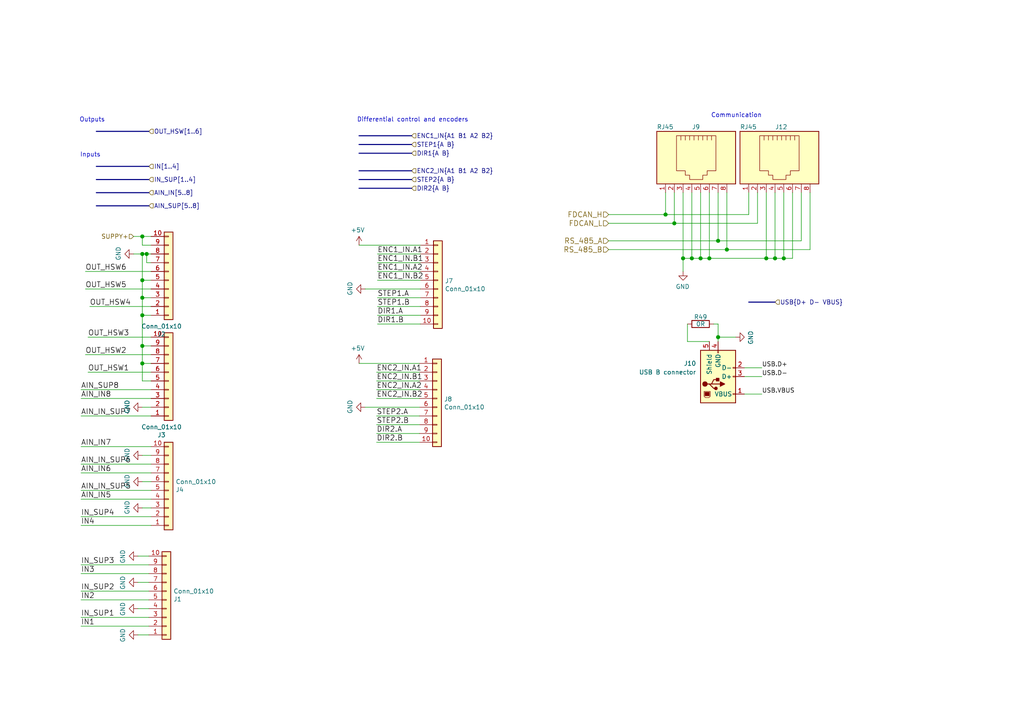
<source format=kicad_sch>
(kicad_sch (version 20201015) (generator eeschema)
  (page 1 12)
  (paper "A4")
  (lib_symbols
    (symbol "Connector:RJ45" (pin_names (offset 1.016))
      (property "Reference" "J" (at -5.08 13.97 0))
      (property "Value" "RJ45" (at 2.54 13.97 0))
      (symbol "RJ45_0_1"
        (rectangle (start 7.62 12.7) (end -7.62 -10.16) (stroke (width 0.254)) (fill (type background)))
        (polyline (pts (xy -5.08 4.445) (xy -6.35 4.445)))
        (polyline (pts (xy -5.08 5.715) (xy -6.35 5.715)))
        (polyline (pts (xy -6.35 -3.175) (xy -5.08 -3.175) (xy -5.08 -3.175)))
        (polyline (pts (xy -6.35 -1.905) (xy -5.08 -1.905) (xy -5.08 -1.905)))
        (polyline (pts (xy -6.35 -0.635) (xy -5.08 -0.635) (xy -5.08 -0.635)))
        (polyline (pts (xy -6.35 0.635) (xy -5.08 0.635) (xy -5.08 0.635)))
        (polyline (pts (xy -6.35 1.905) (xy -5.08 1.905) (xy -5.08 1.905)))
        (polyline (pts (xy -5.08 3.175) (xy -6.35 3.175) (xy -6.35 3.175)))
        (polyline (pts (xy -6.35 -4.445) (xy -6.35 6.985) (xy 3.81 6.985) (xy 3.81 4.445) (xy 5.08 4.445) (xy 5.08 3.175) (xy 6.35 3.175) (xy 6.35 -0.635) (xy 5.08 -0.635) (xy 5.08 -1.905) (xy 3.81 -1.905) (xy 3.81 -4.445) (xy -6.35 -4.445) (xy -6.35 -4.445)))
      )
      (symbol "RJ45_1_1"
        (pin passive line (at 10.16 -7.62 180) (length 2.54) (name "~") (number "1"))
        (pin passive line (at 10.16 -5.08 180) (length 2.54) (name "~") (number "2"))
        (pin passive line (at 10.16 -2.54 180) (length 2.54) (name "~") (number "3"))
        (pin passive line (at 10.16 0 180) (length 2.54) (name "~") (number "4"))
        (pin passive line (at 10.16 2.54 180) (length 2.54) (name "~") (number "5"))
        (pin passive line (at 10.16 5.08 180) (length 2.54) (name "~") (number "6"))
        (pin passive line (at 10.16 7.62 180) (length 2.54) (name "~") (number "7"))
        (pin passive line (at 10.16 10.16 180) (length 2.54) (name "~") (number "8"))
      )
    )
    (symbol "Uni_Printer-rescue:+5V-power" (power) (pin_names (offset 0))
      (property "Value" "+5V-power" (at 0 3.556 0))
      (symbol "+5V-power_0_1"
        (polyline (pts (xy -0.762 1.27) (xy 0 2.54)))
        (polyline (pts (xy 0 0) (xy 0 2.54)))
        (polyline (pts (xy 0 2.54) (xy 0.762 1.27)))
      )
      (symbol "+5V-power_1_1"
        (pin power_in line (at 0 0 90) (length 0) hide (name "+5V") (number "1"))
      )
    )
    (symbol "Uni_Printer-rescue:Conn_01x10-Connector_Generic" (pin_names (offset 1.016) hide)
      (property "Reference" "J" (at 0 12.7 0))
      (property "Value" "Conn_01x10-Connector_Generic" (at 0 -15.24 0))
      (symbol "Conn_01x10-Connector_Generic_1_1"
        (rectangle (start -1.27 -12.573) (end 0 -12.827) (stroke (width 0.1524)))
        (rectangle (start -1.27 -10.033) (end 0 -10.287) (stroke (width 0.1524)))
        (rectangle (start -1.27 -7.493) (end 0 -7.747) (stroke (width 0.1524)))
        (rectangle (start -1.27 -4.953) (end 0 -5.207) (stroke (width 0.1524)))
        (rectangle (start -1.27 -2.413) (end 0 -2.667) (stroke (width 0.1524)))
        (rectangle (start -1.27 0.127) (end 0 -0.127) (stroke (width 0.1524)))
        (rectangle (start -1.27 2.667) (end 0 2.413) (stroke (width 0.1524)))
        (rectangle (start -1.27 5.207) (end 0 4.953) (stroke (width 0.1524)))
        (rectangle (start -1.27 7.747) (end 0 7.493) (stroke (width 0.1524)))
        (rectangle (start -1.27 10.287) (end 0 10.033) (stroke (width 0.1524)))
        (rectangle (start -1.27 11.43) (end 1.27 -13.97) (stroke (width 0.254)) (fill (type background)))
        (pin passive line (at -5.08 10.16 0) (length 3.81) (name "Pin_1") (number "1"))
        (pin passive line (at -5.08 -12.7 0) (length 3.81) (name "Pin_10") (number "10"))
        (pin passive line (at -5.08 7.62 0) (length 3.81) (name "Pin_2") (number "2"))
        (pin passive line (at -5.08 5.08 0) (length 3.81) (name "Pin_3") (number "3"))
        (pin passive line (at -5.08 2.54 0) (length 3.81) (name "Pin_4") (number "4"))
        (pin passive line (at -5.08 0 0) (length 3.81) (name "Pin_5") (number "5"))
        (pin passive line (at -5.08 -2.54 0) (length 3.81) (name "Pin_6") (number "6"))
        (pin passive line (at -5.08 -5.08 0) (length 3.81) (name "Pin_7") (number "7"))
        (pin passive line (at -5.08 -7.62 0) (length 3.81) (name "Pin_8") (number "8"))
        (pin passive line (at -5.08 -10.16 0) (length 3.81) (name "Pin_9") (number "9"))
      )
    )
    (symbol "Uni_Printer-rescue:GND-power" (power) (pin_names (offset 0))
      (property "Value" "GND-power" (at 0 -3.81 0))
      (symbol "GND-power_0_1"
        (polyline (pts (xy 0 0) (xy 0 -1.27) (xy 1.27 -1.27) (xy 0 -2.54) (xy -1.27 -1.27) (xy 0 -1.27)))
      )
      (symbol "GND-power_1_1"
        (pin power_in line (at 0 0 270) (length 0) hide (name "GND") (number "1"))
      )
    )
    (symbol "Uni_Printer-rescue:R-Sensor_tank_v1-rescue-Uni_General_v1-rescue-Uni_Printer_v1-rescue" (pin_numbers hide) (pin_names (offset 0))
      (property "Reference" "R" (at 2.032 0 90))
      (property "Value" "R-Sensor_tank_v1-rescue-Uni_General_v1-rescue-Uni_Printer_v1-rescue" (at 0 0 90))
      (symbol "R-Sensor_tank_v1-rescue-Uni_General_v1-rescue-Uni_Printer_v1-rescue_0_1"
        (rectangle (start -1.016 -2.54) (end 1.016 2.54) (stroke (width 0.254)))
      )
      (symbol "R-Sensor_tank_v1-rescue-Uni_General_v1-rescue-Uni_Printer_v1-rescue_1_1"
        (pin passive line (at 0 3.81 270) (length 1.27) (name "~") (number "1"))
        (pin passive line (at 0 -3.81 90) (length 1.27) (name "~") (number "2"))
      )
    )
    (symbol "Uni_Printer-rescue:USB_B-Connector" (pin_names (offset 1.016))
      (property "Reference" "J" (at -5.08 11.43 0))
      (property "Value" "USB_B-Connector" (at -5.08 8.89 0))
      (symbol "USB_B-Connector_0_1"
        (circle (center -3.81 2.159) (radius 0.635) (stroke (width 0.254)) (fill (type outline)))
        (circle (center -0.635 3.429) (radius 0.381) (stroke (width 0.254)) (fill (type outline)))
        (rectangle (start -0.127 -7.62) (end 0.127 -6.858))
        (rectangle (start 5.08 -2.667) (end 4.318 -2.413))
        (rectangle (start 5.08 -0.127) (end 4.318 0.127))
        (rectangle (start 5.08 4.953) (end 4.318 5.207))
        (rectangle (start -3.81 5.588) (end -2.54 4.572) (fill (type outline)))
        (rectangle (start 0.254 1.27) (end -0.508 0.508) (stroke (width 0.254)) (fill (type outline)))
        (rectangle (start -5.08 -7.62) (end 5.08 7.62) (stroke (width 0.254)) (fill (type background)))
        (polyline (pts (xy -1.905 2.159) (xy 0.635 2.159)) (stroke (width 0.254)))
        (polyline (pts (xy -3.175 2.159) (xy -2.54 2.159) (xy -1.27 3.429) (xy -0.635 3.429)) (stroke (width 0.254)))
        (polyline (pts (xy -2.54 2.159) (xy -1.905 2.159) (xy -1.27 0.889) (xy 0 0.889)) (stroke (width 0.254)))
        (polyline (pts (xy -4.064 4.318) (xy -2.286 4.318) (xy -2.286 5.715) (xy -2.667 6.096) (xy -3.683 6.096) (xy -4.064 5.715) (xy -4.064 4.318)))
        (polyline (pts (xy 0.635 2.794) (xy 0.635 1.524) (xy 1.905 2.159) (xy 0.635 2.794)) (stroke (width 0.254)) (fill (type outline)))
      )
      (symbol "USB_B-Connector_1_1"
        (pin power_out line (at 7.62 5.08 180) (length 2.54) (name "VBUS") (number "1"))
        (pin passive line (at 7.62 -2.54 180) (length 2.54) (name "D-") (number "2"))
        (pin passive line (at 7.62 0 180) (length 2.54) (name "D+") (number "3"))
        (pin power_out line (at 0 -10.16 90) (length 2.54) (name "GND") (number "4"))
        (pin passive line (at -2.54 -10.16 90) (length 2.54) (name "Shield") (number "5"))
      )
    )
  )
  (junction (at 41.275 68.58) (diameter 1.016))
  (junction (at 41.275 73.66) (diameter 1.016))
  (junction (at 41.275 81.28) (diameter 1.016))
  (junction (at 41.275 86.36) (diameter 1.016))
  (junction (at 41.275 91.44) (diameter 1.016))
  (junction (at 41.275 100.33) (diameter 1.016))
  (junction (at 41.275 105.41) (diameter 1.016))
  (junction (at 42.545 73.66) (diameter 1.016))
  (junction (at 193.04 62.23) (diameter 1.016))
  (junction (at 195.58 64.77) (diameter 1.016))
  (junction (at 198.12 74.93) (diameter 1.016))
  (junction (at 200.66 74.93) (diameter 1.016))
  (junction (at 203.2 74.93) (diameter 1.016))
  (junction (at 205.74 74.93) (diameter 1.016))
  (junction (at 208.28 69.85) (diameter 1.016))
  (junction (at 208.28 97.79) (diameter 1.016))
  (junction (at 210.82 72.39) (diameter 1.016))
  (junction (at 222.25 74.93) (diameter 1.016))
  (junction (at 224.79 74.93) (diameter 1.016))
  (junction (at 227.33 74.93) (diameter 1.016))
  (wire (pts (xy 23.495 113.03) (xy 43.815 113.03)))
  (wire (pts (xy 23.495 115.57) (xy 43.815 115.57)))
  (wire (pts (xy 23.495 120.65) (xy 43.815 120.65)))
  (wire (pts (xy 23.495 129.54) (xy 43.815 129.54)))
  (wire (pts (xy 23.495 134.62) (xy 43.815 134.62)))
  (wire (pts (xy 23.495 137.16) (xy 43.815 137.16)))
  (wire (pts (xy 23.495 142.24) (xy 43.815 142.24)))
  (wire (pts (xy 23.495 144.78) (xy 43.815 144.78)))
  (wire (pts (xy 23.495 149.86) (xy 43.815 149.86)))
  (wire (pts (xy 23.495 152.4) (xy 43.815 152.4)))
  (wire (pts (xy 23.495 163.83) (xy 43.18 163.83)))
  (wire (pts (xy 23.495 166.37) (xy 43.18 166.37)))
  (wire (pts (xy 23.495 171.45) (xy 43.18 171.45)))
  (wire (pts (xy 23.495 173.99) (xy 43.18 173.99)))
  (wire (pts (xy 23.495 179.07) (xy 43.18 179.07)))
  (wire (pts (xy 23.495 181.61) (xy 43.18 181.61)))
  (wire (pts (xy 24.765 78.74) (xy 43.815 78.74)))
  (wire (pts (xy 24.765 83.82) (xy 43.815 83.82)))
  (wire (pts (xy 24.765 102.87) (xy 43.815 102.87)))
  (wire (pts (xy 25.527 97.79) (xy 43.815 97.79)))
  (wire (pts (xy 25.527 107.95) (xy 43.815 107.95)))
  (wire (pts (xy 26.035 88.9) (xy 43.815 88.9)))
  (wire (pts (xy 38.735 68.58) (xy 41.275 68.58)))
  (wire (pts (xy 38.735 73.66) (xy 41.275 73.66)))
  (wire (pts (xy 40.005 161.29) (xy 43.18 161.29)))
  (wire (pts (xy 40.005 168.91) (xy 43.18 168.91)))
  (wire (pts (xy 40.005 176.53) (xy 43.18 176.53)))
  (wire (pts (xy 40.005 184.15) (xy 43.18 184.15)))
  (wire (pts (xy 41.275 68.58) (xy 43.815 68.58)))
  (wire (pts (xy 41.275 71.12) (xy 41.275 68.58)))
  (wire (pts (xy 41.275 73.66) (xy 41.275 81.28)))
  (wire (pts (xy 41.275 73.66) (xy 42.545 73.66)))
  (wire (pts (xy 41.275 81.28) (xy 41.275 86.36)))
  (wire (pts (xy 41.275 81.28) (xy 43.815 81.28)))
  (wire (pts (xy 41.275 86.36) (xy 41.275 91.44)))
  (wire (pts (xy 41.275 86.36) (xy 43.815 86.36)))
  (wire (pts (xy 41.275 91.44) (xy 41.275 100.33)))
  (wire (pts (xy 41.275 91.44) (xy 43.815 91.44)))
  (wire (pts (xy 41.275 100.33) (xy 41.275 105.41)))
  (wire (pts (xy 41.275 100.33) (xy 43.815 100.33)))
  (wire (pts (xy 41.275 105.41) (xy 41.275 110.49)))
  (wire (pts (xy 41.275 105.41) (xy 43.815 105.41)))
  (wire (pts (xy 41.275 110.49) (xy 43.815 110.49)))
  (wire (pts (xy 41.275 139.7) (xy 43.815 139.7)))
  (wire (pts (xy 42.545 73.66) (xy 43.815 73.66)))
  (wire (pts (xy 42.545 76.2) (xy 42.545 73.66)))
  (wire (pts (xy 43.815 71.12) (xy 41.275 71.12)))
  (wire (pts (xy 43.815 76.2) (xy 42.545 76.2)))
  (wire (pts (xy 43.815 118.11) (xy 41.275 118.11)))
  (wire (pts (xy 43.815 132.08) (xy 41.275 132.08)))
  (wire (pts (xy 43.815 147.32) (xy 41.275 147.32)))
  (wire (pts (xy 105.918 83.82) (xy 121.92 83.82)))
  (wire (pts (xy 105.918 118.11) (xy 121.666 118.11)))
  (wire (pts (xy 121.666 105.41) (xy 104.14 105.41)))
  (wire (pts (xy 121.666 107.95) (xy 109.22 107.95)))
  (wire (pts (xy 121.666 110.49) (xy 109.22 110.49)))
  (wire (pts (xy 121.666 113.03) (xy 109.22 113.03)))
  (wire (pts (xy 121.666 115.57) (xy 109.22 115.57)))
  (wire (pts (xy 121.666 120.65) (xy 109.22 120.65)))
  (wire (pts (xy 121.666 123.19) (xy 109.22 123.19)))
  (wire (pts (xy 121.666 125.73) (xy 109.22 125.73)))
  (wire (pts (xy 121.666 128.27) (xy 109.22 128.27)))
  (wire (pts (xy 121.92 71.12) (xy 104.14 71.12)))
  (wire (pts (xy 121.92 73.66) (xy 109.474 73.66)))
  (wire (pts (xy 121.92 76.2) (xy 109.474 76.2)))
  (wire (pts (xy 121.92 78.74) (xy 109.474 78.74)))
  (wire (pts (xy 121.92 81.28) (xy 109.474 81.28)))
  (wire (pts (xy 121.92 86.36) (xy 109.474 86.36)))
  (wire (pts (xy 121.92 88.9) (xy 109.474 88.9)))
  (wire (pts (xy 121.92 91.44) (xy 109.474 91.44)))
  (wire (pts (xy 121.92 93.98) (xy 109.474 93.98)))
  (wire (pts (xy 176.53 62.23) (xy 193.04 62.23)))
  (wire (pts (xy 176.53 64.77) (xy 195.58 64.77)))
  (wire (pts (xy 176.53 69.85) (xy 208.28 69.85)))
  (wire (pts (xy 176.53 72.39) (xy 210.82 72.39)))
  (wire (pts (xy 193.04 55.88) (xy 193.04 62.23)))
  (wire (pts (xy 193.04 62.23) (xy 217.17 62.23)))
  (wire (pts (xy 195.58 64.77) (xy 195.58 55.88)))
  (wire (pts (xy 195.58 64.77) (xy 219.71 64.77)))
  (wire (pts (xy 198.12 55.88) (xy 198.12 74.93)))
  (wire (pts (xy 198.12 74.93) (xy 198.12 78.74)))
  (wire (pts (xy 198.12 74.93) (xy 200.66 74.93)))
  (wire (pts (xy 199.39 93.98) (xy 199.39 99.06)))
  (wire (pts (xy 199.39 99.06) (xy 205.74 99.06)))
  (wire (pts (xy 200.66 55.88) (xy 200.66 74.93)))
  (wire (pts (xy 200.66 74.93) (xy 203.2 74.93)))
  (wire (pts (xy 203.2 55.88) (xy 203.2 74.93)))
  (wire (pts (xy 203.2 74.93) (xy 205.74 74.93)))
  (wire (pts (xy 205.74 55.88) (xy 205.74 74.93)))
  (wire (pts (xy 205.74 74.93) (xy 222.25 74.93)))
  (wire (pts (xy 207.01 93.98) (xy 208.28 93.98)))
  (wire (pts (xy 208.28 55.88) (xy 208.28 69.85)))
  (wire (pts (xy 208.28 69.85) (xy 232.41 69.85)))
  (wire (pts (xy 208.28 93.98) (xy 208.28 97.79)))
  (wire (pts (xy 208.28 97.79) (xy 213.36 97.79)))
  (wire (pts (xy 208.28 99.06) (xy 208.28 97.79)))
  (wire (pts (xy 210.82 55.88) (xy 210.82 72.39)))
  (wire (pts (xy 210.82 72.39) (xy 234.95 72.39)))
  (wire (pts (xy 215.9 106.68) (xy 220.98 106.68)))
  (wire (pts (xy 215.9 109.22) (xy 220.98 109.22)))
  (wire (pts (xy 215.9 114.3) (xy 220.98 114.3)))
  (wire (pts (xy 217.17 62.23) (xy 217.17 55.88)))
  (wire (pts (xy 219.71 64.77) (xy 219.71 55.88)))
  (wire (pts (xy 222.25 55.88) (xy 222.25 74.93)))
  (wire (pts (xy 224.79 55.88) (xy 224.79 74.93)))
  (wire (pts (xy 224.79 74.93) (xy 222.25 74.93)))
  (wire (pts (xy 227.33 55.88) (xy 227.33 74.93)))
  (wire (pts (xy 227.33 74.93) (xy 224.79 74.93)))
  (wire (pts (xy 229.87 55.88) (xy 229.87 74.93)))
  (wire (pts (xy 229.87 74.93) (xy 227.33 74.93)))
  (wire (pts (xy 232.41 55.88) (xy 232.41 69.85)))
  (wire (pts (xy 234.95 55.88) (xy 234.95 72.39)))
  (bus (pts (xy 27.94 38.1) (xy 43.18 38.1)))
  (bus (pts (xy 27.94 48.26) (xy 43.18 48.26)))
  (bus (pts (xy 27.94 52.07) (xy 43.18 52.07)))
  (bus (pts (xy 27.94 55.88) (xy 43.18 55.88)))
  (bus (pts (xy 27.94 59.69) (xy 43.18 59.69)))
  (bus (pts (xy 104.14 39.37) (xy 119.38 39.37)))
  (bus (pts (xy 104.14 41.91) (xy 119.38 41.91)))
  (bus (pts (xy 104.14 44.45) (xy 119.38 44.45)))
  (bus (pts (xy 104.14 49.53) (xy 119.38 49.53)))
  (bus (pts (xy 104.14 52.07) (xy 119.38 52.07)))
  (bus (pts (xy 104.14 54.61) (xy 119.38 54.61)))
  (bus (pts (xy 217.17 87.63) (xy 224.79 87.63)))
  (text "Inputs" (at 29.21 45.72 180) (effects (font (size 1.27 1.27)) (justify right bottom)))
  (text "Outputs" (at 30.48 35.56 180) (effects (font (size 1.27 1.27)) (justify right bottom)))
  (text "Differential control and encoders" (at 135.89 35.56 180) (effects (font (size 1.27 1.27)) (justify right bottom)))
  (text "Communication" (at 220.98 34.29 180) (effects (font (size 1.27 1.27)) (justify right bottom)))
  (label "AIN_SUP8" (at 23.495 113.03 0) (effects (font (size 1.524 1.524))))
  (label "AIN_IN8" (at 23.495 115.57 0) (effects (font (size 1.524 1.524))))
  (label "AIN_IN_SUP7" (at 23.495 120.65 0) (effects (font (size 1.524 1.524))))
  (label "AIN_IN7" (at 23.495 129.54 0) (effects (font (size 1.524 1.524))))
  (label "AIN_IN_SUP6" (at 23.495 134.62 0) (effects (font (size 1.524 1.524))))
  (label "AIN_IN6" (at 23.495 137.16 0) (effects (font (size 1.524 1.524))))
  (label "AIN_IN_SUP5" (at 23.495 142.24 0) (effects (font (size 1.524 1.524))))
  (label "AIN_IN5" (at 23.495 144.78 0) (effects (font (size 1.524 1.524))))
  (label "IN_SUP4" (at 23.495 149.86 0) (effects (font (size 1.524 1.524))))
  (label "IN4" (at 23.495 152.4 0) (effects (font (size 1.524 1.524))))
  (label "IN_SUP3" (at 23.495 163.83 0) (effects (font (size 1.524 1.524))))
  (label "IN3" (at 23.495 166.37 0) (effects (font (size 1.524 1.524))))
  (label "IN_SUP2" (at 23.495 171.45 0) (effects (font (size 1.524 1.524))))
  (label "IN2" (at 23.495 173.99 0) (effects (font (size 1.524 1.524))))
  (label "IN_SUP1" (at 23.495 179.07 0) (effects (font (size 1.524 1.524))))
  (label "IN1" (at 23.495 181.61 0) (effects (font (size 1.524 1.524))))
  (label "OUT_HSW6" (at 24.765 78.74 0) (effects (font (size 1.524 1.524))))
  (label "OUT_HSW5" (at 24.765 83.82 0) (effects (font (size 1.524 1.524))))
  (label "OUT_HSW2" (at 24.765 102.87 0) (effects (font (size 1.524 1.524))))
  (label "OUT_HSW3" (at 25.527 97.79 0) (effects (font (size 1.524 1.524))))
  (label "OUT_HSW1" (at 25.527 107.95 0) (effects (font (size 1.524 1.524))))
  (label "OUT_HSW4" (at 26.035 88.9 0) (effects (font (size 1.524 1.524))))
  (label "ENC2_IN.A1" (at 109.22 107.95 0) (effects (font (size 1.524 1.524))))
  (label "ENC2_IN.B1" (at 109.22 110.49 0) (effects (font (size 1.524 1.524))))
  (label "ENC2_IN.A2" (at 109.22 113.03 0) (effects (font (size 1.524 1.524))))
  (label "ENC2_IN.B2" (at 109.22 115.57 0) (effects (font (size 1.524 1.524))))
  (label "STEP2.A" (at 109.22 120.65 0) (effects (font (size 1.524 1.524))))
  (label "STEP2.B" (at 109.22 123.19 0) (effects (font (size 1.524 1.524))))
  (label "DIR2.A" (at 109.22 125.73 0) (effects (font (size 1.524 1.524))))
  (label "DIR2.B" (at 109.22 128.27 0) (effects (font (size 1.524 1.524))))
  (label "ENC1_IN.A1" (at 109.474 73.66 0) (effects (font (size 1.524 1.524))))
  (label "ENC1_IN.B1" (at 109.474 76.2 0) (effects (font (size 1.524 1.524))))
  (label "ENC1_IN.A2" (at 109.474 78.74 0) (effects (font (size 1.524 1.524))))
  (label "ENC1_IN.B2" (at 109.474 81.28 0) (effects (font (size 1.524 1.524))))
  (label "STEP1.A" (at 109.474 86.36 0) (effects (font (size 1.524 1.524))))
  (label "STEP1.B" (at 109.474 88.9 0) (effects (font (size 1.524 1.524))))
  (label "DIR1.A" (at 109.474 91.44 0) (effects (font (size 1.524 1.524))))
  (label "DIR1.B" (at 109.474 93.98 0) (effects (font (size 1.524 1.524))))
  (label "USB.D+" (at 220.98 106.68 0))
  (label "USB.D-" (at 220.98 109.22 0))
  (label "USB.VBUS" (at 220.98 114.3 0))
  (hierarchical_label "SUPPY+" (shape input) (at 38.735 68.58 180))
  (hierarchical_label "OUT_HSW[1..6]" (shape input) (at 43.18 38.1 0))
  (hierarchical_label "IN[1..4]" (shape input) (at 43.18 48.26 0))
  (hierarchical_label "IN_SUP[1..4]" (shape input) (at 43.18 52.07 0))
  (hierarchical_label "AIN_IN[5..8]" (shape input) (at 43.18 55.88 0))
  (hierarchical_label "AIN_SUP[5..8]" (shape input) (at 43.18 59.69 0))
  (hierarchical_label "ENC1_IN{A1 B1 A2 B2}" (shape input) (at 119.38 39.37 0))
  (hierarchical_label "STEP1{A B}" (shape input) (at 119.38 41.91 0))
  (hierarchical_label "DIR1{A B}" (shape input) (at 119.38 44.45 0))
  (hierarchical_label "ENC2_IN{A1 B1 A2 B2}" (shape input) (at 119.38 49.53 0))
  (hierarchical_label "STEP2{A B}" (shape input) (at 119.38 52.07 0))
  (hierarchical_label "DIR2{A B}" (shape input) (at 119.38 54.61 0))
  (hierarchical_label "FDCAN_H" (shape input) (at 176.53 62.23 180) (effects (font (size 1.524 1.524))))
  (hierarchical_label "FDCAN_L" (shape input) (at 176.53 64.77 180) (effects (font (size 1.524 1.524))))
  (hierarchical_label "RS_485_A" (shape input) (at 176.53 69.85 180) (effects (font (size 1.524 1.524))))
  (hierarchical_label "RS_485_B" (shape input) (at 176.53 72.39 180) (effects (font (size 1.524 1.524))))
  (hierarchical_label "USB{D+ D- VBUS}" (shape input) (at 224.79 87.63 0))
  (symbol (lib_id "Uni_Printer-rescue:+5V-power") (at 104.14 71.12 0) (mirror y) (unit 1)
    (property "Reference" "#PWR041" (effects hide))
    (property "Value" "+5V" (at 103.759 66.7258 0))
  )
  (symbol (lib_id "Uni_Printer-rescue:+5V-power") (at 104.14 105.41 0) (mirror y) (unit 1)
    (property "Reference" "#PWR065" (effects hide))
    (property "Value" "+5V" (at 103.759 101.0158 0))
  )
  (symbol (lib_id "Uni_Printer-rescue:GND-power") (at 38.735 73.66 270) (mirror x) (unit 1)
    (property "Reference" "#PWR026" (effects hide))
    (property "Value" "GND" (at 34.3408 73.533 0))
  )
  (symbol (lib_id "Uni_Printer-rescue:GND-power") (at 40.005 161.29 270) (unit 1)
    (property "Reference" "#PWR027" (effects hide))
    (property "Value" "GND" (at 35.6108 161.417 0))
  )
  (symbol (lib_id "Uni_Printer-rescue:GND-power") (at 40.005 168.91 270) (unit 1)
    (property "Reference" "#PWR028" (effects hide))
    (property "Value" "GND" (at 35.6108 169.037 0))
  )
  (symbol (lib_id "Uni_Printer-rescue:GND-power") (at 40.005 176.53 270) (unit 1)
    (property "Reference" "#PWR029" (effects hide))
    (property "Value" "GND" (at 35.6108 176.657 0))
  )
  (symbol (lib_id "Uni_Printer-rescue:GND-power") (at 40.005 184.15 270) (unit 1)
    (property "Reference" "#PWR030" (effects hide))
    (property "Value" "GND" (at 35.6108 184.277 0))
  )
  (symbol (lib_id "Uni_Printer-rescue:GND-power") (at 41.275 118.11 270) (mirror x) (unit 1)
    (property "Reference" "#PWR031" (effects hide))
    (property "Value" "GND" (at 36.8808 117.983 0))
  )
  (symbol (lib_id "Uni_Printer-rescue:GND-power") (at 41.275 132.08 270) (mirror x) (unit 1)
    (property "Reference" "#PWR032" (effects hide))
    (property "Value" "GND" (at 36.8808 131.953 0))
  )
  (symbol (lib_id "Uni_Printer-rescue:GND-power") (at 41.275 139.7 270) (mirror x) (unit 1)
    (property "Reference" "#PWR036" (effects hide))
    (property "Value" "GND" (at 36.8808 139.573 0))
  )
  (symbol (lib_id "Uni_Printer-rescue:GND-power") (at 41.275 147.32 270) (mirror x) (unit 1)
    (property "Reference" "#PWR037" (effects hide))
    (property "Value" "GND" (at 36.8808 147.193 0))
  )
  (symbol (lib_id "Uni_Printer-rescue:GND-power") (at 105.918 83.82 270) (mirror x) (unit 1)
    (property "Reference" "#PWR069" (effects hide))
    (property "Value" "GND" (at 101.5238 83.693 0))
  )
  (symbol (lib_id "Uni_Printer-rescue:GND-power") (at 105.918 118.11 270) (mirror x) (unit 1)
    (property "Reference" "#PWR073" (effects hide))
    (property "Value" "GND" (at 101.5238 117.983 0))
  )
  (symbol (lib_id "Uni_Printer-rescue:GND-power") (at 198.12 78.74 0) (mirror y) (unit 1)
    (property "Reference" "#PWR077" (effects hide))
    (property "Value" "GND" (at 197.993 83.1342 0))
  )
  (symbol (lib_id "Uni_Printer-rescue:GND-power") (at 213.36 97.79 90) (mirror x) (unit 1)
    (property "Reference" "#PWR0103" (effects hide))
    (property "Value" "GND" (at 217.7542 97.917 0))
  )
  (symbol (lib_id "Uni_Printer-rescue:R-Sensor_tank_v1-rescue-Uni_General_v1-rescue-Uni_Printer_v1-rescue") (at 203.2 93.98 90) (unit 1)
    (property "Reference" "R49" (at 203.2 91.948 90))
    (property "Value" "0R" (at 203.2 93.98 90))
    (property "Footprint" "Resistor_SMD:R_0603_1608Metric" (effects hide))
    (property "TME" "WF06P-120R-5% " (effects hide))
  )
  (symbol (lib_id "Uni_Printer-rescue:Conn_01x10-Connector_Generic") (at 48.26 173.99 0) (mirror x) (unit 1)
    (property "Reference" "J1" (at 50.292 173.7868 0) (effects (justify left)))
    (property "Value" "Conn_01x10" (at 50.292 171.4754 0) (effects (justify left)))
    (property "Footprint" "moje:PhoenixContact_MC-G_10x3.50mm_Angled" (effects hide))
    (property "TME-GNIAZDO" "15EDGRC-3.5/10P" (effects hide))
    (property "TME-WTYK" "15EDGK-3.5/10P" (effects hide))
  )
  (symbol (lib_id "Uni_Printer-rescue:Conn_01x10-Connector_Generic") (at 48.895 81.28 0) (mirror x) (unit 1)
    (property "Reference" "J2" (at 46.863 96.9518 0))
    (property "Value" "Conn_01x10" (at 46.863 94.6404 0))
    (property "Footprint" "moje:PhoenixContact_MC-G_10x3.50mm_Angled" (effects hide))
    (property "TME-GNIAZDO" "15EDGRC-3.5/10P" (effects hide))
    (property "TME-WTYK" "15EDGK-3.5/10P" (effects hide))
  )
  (symbol (lib_id "Uni_Printer-rescue:Conn_01x10-Connector_Generic") (at 48.895 110.49 0) (mirror x) (unit 1)
    (property "Reference" "J3" (at 46.863 126.1618 0))
    (property "Value" "Conn_01x10" (at 46.863 123.8504 0))
    (property "Footprint" "moje:PhoenixContact_MC-G_10x3.50mm_Angled" (effects hide))
    (property "TME-GNIAZDO" "15EDGRC-3.5/10P" (effects hide))
    (property "TME-WTYK" "15EDGK-3.5/10P" (effects hide))
  )
  (symbol (lib_id "Uni_Printer-rescue:Conn_01x10-Connector_Generic") (at 48.895 142.24 0) (mirror x) (unit 1)
    (property "Reference" "J4" (at 50.927 142.0368 0) (effects (justify left)))
    (property "Value" "Conn_01x10" (at 50.927 139.7254 0) (effects (justify left)))
    (property "Footprint" "moje:PhoenixContact_MC-G_10x3.50mm_Angled" (effects hide))
    (property "TME-GNIAZDO" "15EDGRC-3.5/10P" (effects hide))
    (property "TME-WTYK" "15EDGK-3.5/10P" (effects hide))
  )
  (symbol (lib_id "Uni_Printer-rescue:Conn_01x10-Connector_Generic") (at 126.746 115.57 0) (unit 1)
    (property "Reference" "J8" (at 128.778 115.7732 0) (effects (justify left)))
    (property "Value" "Conn_01x10" (at 128.778 118.0846 0) (effects (justify left)))
    (property "Footprint" "moje:PhoenixContact_MC-G_10x3.50mm_Angled" (effects hide))
    (property "TME-GNIAZDO" "15EDGRC-3.5/10P" (effects hide))
    (property "TME-WTYK" "15EDGK-3.5/10P" (effects hide))
  )
  (symbol (lib_id "Uni_Printer-rescue:Conn_01x10-Connector_Generic") (at 127 81.28 0) (unit 1)
    (property "Reference" "J7" (at 129.032 81.4832 0) (effects (justify left)))
    (property "Value" "Conn_01x10" (at 129.032 83.7946 0) (effects (justify left)))
    (property "Footprint" "moje:PhoenixContact_MC-G_10x3.50mm_Angled" (effects hide))
    (property "TME-GNIAZDO" "15EDGRC-3.5/10P" (effects hide))
    (property "TME-WTYK" "15EDGK-3.5/10P" (effects hide))
  )
  (symbol (lib_id "Uni_Printer-rescue:USB_B-Connector") (at 208.28 109.22 0) (mirror x) (unit 1)
    (property "Reference" "J10" (at 201.93 105.41 0) (effects (justify right)))
    (property "Value" "USB B connector" (at 201.93 107.95 0) (effects (justify right)))
    (property "Footprint" "Connector_USB:USB_B_OST_USB-B1HSxx_Horizontal" (effects hide))
    (property "TME" "TUEB4F2D0B" (effects hide))
  )
  (symbol (lib_id "Connector:RJ45") (at 200.66 45.72 270) (unit 1)
    (property "Reference" "J9" (at 200.66 36.83 90) (effects (justify left)))
    (property "Value" "RJ45" (at 190.5 36.83 90) (effects (justify left)))
    (property "Footprint" "Connector_RJ:RJ45_Amphenol_54602-x08_Horizontal" (effects hide))
  )
  (symbol (lib_id "Connector:RJ45") (at 224.79 45.72 270) (unit 1)
    (property "Reference" "J12" (at 224.79 36.83 90) (effects (justify left)))
    (property "Value" "RJ45" (at 214.63 36.83 90) (effects (justify left)))
    (property "Footprint" "Connector_RJ:RJ45_Amphenol_54602-x08_Horizontal" (effects hide))
  )
)
</source>
